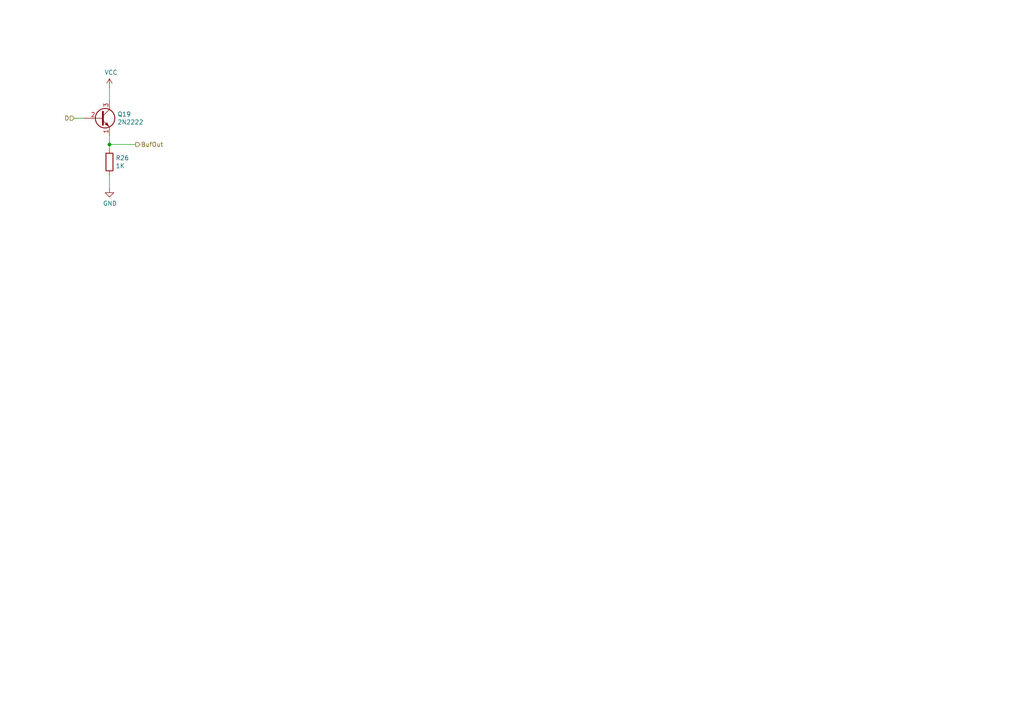
<source format=kicad_sch>
(kicad_sch (version 20230121) (generator eeschema)
  (paper "A4")
  (lib_symbols
    (symbol "2n2222:2N2222" (pin_names (offset 0) hide)
      (property "Reference" "Q" (at 5.08 1.905 0))
      (property "Value" "2N2222" (at 5.08 0 0))
      (symbol "2N2222_0_1"
        (polyline (pts (xy 0.635 0.635) (xy 2.54 2.54)))
        (polyline (pts (xy 0.635 -0.635) (xy 2.54 -2.54) (xy 2.54 -2.54)))
        (polyline (pts (xy 0.635 1.905) (xy 0.635 -1.905) (xy 0.635 -1.905)) (stroke (width 0.508)))
        (polyline (pts (xy 1.27 -1.778) (xy 1.778 -1.27) (xy 2.286 -2.286) (xy 1.27 -1.778) (xy 1.27 -1.778)) (fill (type outline)))
        (circle (center 1.27 0) (radius 2.8194) (stroke (width 0.254)))
      )
      (symbol "2N2222_1_1"
        (pin passive line (at 2.54 -5.08 90) (length 2.54) (name "E") (number "1"))
        (pin passive line (at -5.08 0 0) (length 5.715) (name "B") (number "2"))
        (pin passive line (at 2.54 5.08 270) (length 2.54) (name "C") (number "3"))
      )
    )
    (symbol "Device:R" (pin_numbers hide) (pin_names (offset 0))
      (property "Reference" "R" (at 2.032 0 90))
      (property "Value" "R" (at 0 0 90))
      (symbol "R_0_1"
        (rectangle (start -1.016 -2.54) (end 1.016 2.54) (stroke (width 0.254)))
      )
      (symbol "R_1_1"
        (pin passive line (at 0 3.81 270) (length 1.27) (name "~") (number "1"))
        (pin passive line (at 0 -3.81 90) (length 1.27) (name "~") (number "2"))
      )
    )
    (symbol "power:GND" (power) (pin_names (offset 0))
      (property "Value" "GND" (at 0 -3.81 0))
      (symbol "GND_0_1"
        (polyline (pts (xy 0 0) (xy 0 -1.27) (xy 1.27 -1.27) (xy 0 -2.54) (xy -1.27 -1.27) (xy 0 -1.27)))
      )
      (symbol "GND_1_1"
        (pin power_in line (at 0 0 270) (length 0) hide (name "GND") (number "1"))
      )
    )
    (symbol "power:VCC" (power) (pin_names (offset 0))
      (property "Value" "VCC" (at 0 3.81 0))
      (symbol "VCC_0_1"
        (polyline (pts (xy -0.762 1.27) (xy 0 2.54)))
        (polyline (pts (xy 0 0) (xy 0 2.54)))
        (polyline (pts (xy 0 2.54) (xy 0.762 1.27)))
      )
      (symbol "VCC_1_1"
        (pin power_in line (at 0 0 90) (length 0) hide (name "VCC") (number "1"))
      )
    )
  )
  (junction (at 31.75 41.91))
  (wire (pts (xy 31.75 54.61) (xy 31.75 50.8)))
  (wire (pts (xy 31.75 43.18) (xy 31.75 41.91)))
  (wire (pts (xy 31.75 41.91) (xy 31.75 39.37)))
  (wire (pts (xy 39.37 41.91) (xy 31.75 41.91)))
  (wire (pts (xy 31.75 29.21) (xy 31.75 25.4)))
  (wire (pts (xy 21.59 34.29) (xy 24.13 34.29)))
  (hierarchical_label "D" (shape input) (at 21.59 34.29 180))
  (hierarchical_label "BufOut" (shape output) (at 39.37 41.91 0))
  (symbol (lib_id "Device:R") (at 31.75 46.99 180) (unit 1)
    (property "Reference" "R26" (at 33.528 45.8216 0) (effects (justify right)))
    (property "Value" "1K" (at 33.528 48.133 0) (effects (justify right)))
    (property "Footprint" "Resistor_THT:R_Axial_DIN0309_L9.0mm_D3.2mm_P12.70mm_Horizontal" (effects hide))
  )
  (symbol (lib_id "power:VCC") (at 31.75 25.4 0) (unit 1)
    (property "Reference" "#PWR038" (effects hide))
    (property "Value" "VCC" (at 32.1818 21.0058 0))
  )
  (symbol (lib_id "2n2222:2N2222") (at 29.21 34.29 0) (unit 1)
    (property "Reference" "Q19" (at 34.036 33.1216 0) (effects (justify left)))
    (property "Value" "2N2222" (at 34.036 35.433 0) (effects (justify left)))
    (property "Footprint" "Package_TO_SOT_THT:TO-92_Inline" (effects hide))
    (property "Datasheet" "https://www.fairchildsemi.com/datasheets/2N/2N3904.pdf" (effects hide))
  )
  (symbol (lib_id "power:GND") (at 31.75 54.61 0) (unit 1)
    (property "Reference" "#PWR039" (effects hide))
    (property "Value" "GND" (at 31.877 59.0042 0))
  )
)
</source>
